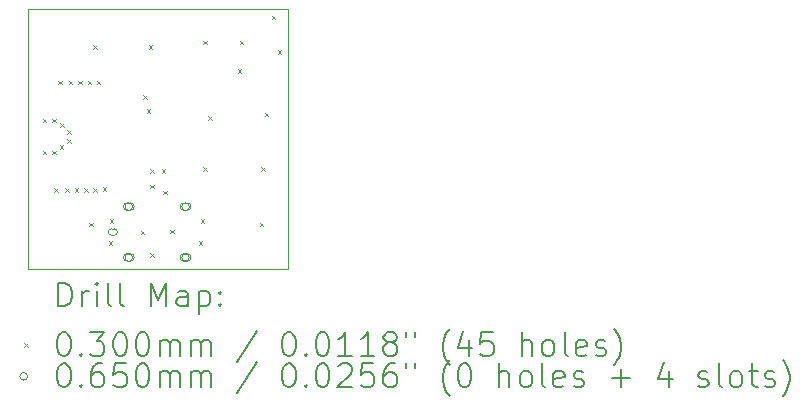
<source format=gbr>
%TF.GenerationSoftware,KiCad,Pcbnew,8.0.8*%
%TF.CreationDate,2025-09-03T22:29:31+08:00*%
%TF.ProjectId,FrekLedMini,4672656b-4c65-4644-9d69-6e692e6b6963,rev?*%
%TF.SameCoordinates,Original*%
%TF.FileFunction,Drillmap*%
%TF.FilePolarity,Positive*%
%FSLAX45Y45*%
G04 Gerber Fmt 4.5, Leading zero omitted, Abs format (unit mm)*
G04 Created by KiCad (PCBNEW 8.0.8) date 2025-09-03 22:29:31*
%MOMM*%
%LPD*%
G01*
G04 APERTURE LIST*
%ADD10C,0.050000*%
%ADD11C,0.200000*%
%ADD12C,0.100000*%
G04 APERTURE END LIST*
D10*
X10000000Y-10000000D02*
X12200000Y-10000000D01*
X12200000Y-12200000D01*
X10000000Y-12200000D01*
X10000000Y-10000000D01*
X10710000Y-11913500D02*
X10730000Y-11913500D01*
X10730000Y-11856500D02*
X10710000Y-11856500D01*
X10681500Y-11885000D02*
G75*
G02*
X10710000Y-11856500I28500J0D01*
G01*
X10710000Y-11913500D02*
G75*
G02*
X10681500Y-11885000I0J28500D01*
G01*
X10730000Y-11856500D02*
G75*
G02*
X10758500Y-11885000I0J-28500D01*
G01*
X10758500Y-11885000D02*
G75*
G02*
X10730000Y-11913500I-28500J0D01*
G01*
D11*
D12*
X10125000Y-10925000D02*
X10155000Y-10955000D01*
X10155000Y-10925000D02*
X10125000Y-10955000D01*
X10125000Y-11195000D02*
X10155000Y-11225000D01*
X10155000Y-11195000D02*
X10125000Y-11225000D01*
X10205000Y-10925000D02*
X10235000Y-10955000D01*
X10235000Y-10925000D02*
X10205000Y-10955000D01*
X10205000Y-11195000D02*
X10235000Y-11225000D01*
X10235000Y-11195000D02*
X10205000Y-11225000D01*
X10225000Y-11515000D02*
X10255000Y-11545000D01*
X10255000Y-11515000D02*
X10225000Y-11545000D01*
X10255000Y-10605000D02*
X10285000Y-10635000D01*
X10285000Y-10605000D02*
X10255000Y-10635000D01*
X10271223Y-11148777D02*
X10301223Y-11178777D01*
X10301223Y-11148777D02*
X10271223Y-11178777D01*
X10276000Y-10966000D02*
X10306000Y-10996000D01*
X10306000Y-10966000D02*
X10276000Y-10996000D01*
X10314999Y-11515000D02*
X10344999Y-11545000D01*
X10344999Y-11515000D02*
X10314999Y-11545000D01*
X10333735Y-11021378D02*
X10363735Y-11051378D01*
X10363735Y-11021378D02*
X10333735Y-11051378D01*
X10335653Y-11101356D02*
X10365653Y-11131356D01*
X10365653Y-11101356D02*
X10335653Y-11131356D01*
X10345000Y-10605000D02*
X10375000Y-10635000D01*
X10375000Y-10605000D02*
X10345000Y-10635000D01*
X10394999Y-11515000D02*
X10424999Y-11545000D01*
X10424999Y-11515000D02*
X10394999Y-11545000D01*
X10425000Y-10605000D02*
X10455000Y-10635000D01*
X10455000Y-10605000D02*
X10425000Y-10635000D01*
X10475000Y-11515000D02*
X10505000Y-11545000D01*
X10505000Y-11515000D02*
X10475000Y-11545000D01*
X10505000Y-10605000D02*
X10535000Y-10635000D01*
X10535000Y-10605000D02*
X10505000Y-10635000D01*
X10520000Y-11805000D02*
X10550000Y-11835000D01*
X10550000Y-11805000D02*
X10520000Y-11835000D01*
X10555000Y-10305000D02*
X10585000Y-10335000D01*
X10585000Y-10305000D02*
X10555000Y-10335000D01*
X10555000Y-11515000D02*
X10585000Y-11545000D01*
X10585000Y-11515000D02*
X10555000Y-11545000D01*
X10585000Y-10605000D02*
X10615000Y-10635000D01*
X10615000Y-10605000D02*
X10585000Y-10635000D01*
X10635000Y-11505000D02*
X10665000Y-11535000D01*
X10665000Y-11505000D02*
X10635000Y-11535000D01*
X10685000Y-11965000D02*
X10715000Y-11995000D01*
X10715000Y-11965000D02*
X10685000Y-11995000D01*
X10695000Y-11775000D02*
X10725000Y-11805000D01*
X10725000Y-11775000D02*
X10695000Y-11805000D01*
X10955000Y-11875000D02*
X10985000Y-11905000D01*
X10985000Y-11875000D02*
X10955000Y-11905000D01*
X10975000Y-10725000D02*
X11005000Y-10755000D01*
X11005000Y-10725000D02*
X10975000Y-10755000D01*
X11005000Y-10845000D02*
X11035000Y-10875000D01*
X11035000Y-10845000D02*
X11005000Y-10875000D01*
X11025000Y-10305000D02*
X11055000Y-10335000D01*
X11055000Y-10305000D02*
X11025000Y-10335000D01*
X11035000Y-11355000D02*
X11065000Y-11385000D01*
X11065000Y-11355000D02*
X11035000Y-11385000D01*
X11035000Y-11485000D02*
X11065000Y-11515000D01*
X11065000Y-11485000D02*
X11035000Y-11515000D01*
X11035000Y-12065000D02*
X11065000Y-12095000D01*
X11065000Y-12065000D02*
X11035000Y-12095000D01*
X11135000Y-11355000D02*
X11165000Y-11385000D01*
X11165000Y-11355000D02*
X11135000Y-11385000D01*
X11145000Y-11535000D02*
X11175000Y-11565000D01*
X11175000Y-11535000D02*
X11145000Y-11565000D01*
X11205000Y-11865000D02*
X11235000Y-11895000D01*
X11235000Y-11865000D02*
X11205000Y-11895000D01*
X11445000Y-11965000D02*
X11475000Y-11995000D01*
X11475000Y-11965000D02*
X11445000Y-11995000D01*
X11465000Y-11775000D02*
X11495000Y-11805000D01*
X11495000Y-11775000D02*
X11465000Y-11805000D01*
X11485000Y-10265000D02*
X11515000Y-10295000D01*
X11515000Y-10265000D02*
X11485000Y-10295000D01*
X11485000Y-11335000D02*
X11515000Y-11365000D01*
X11515000Y-11335000D02*
X11485000Y-11365000D01*
X11525000Y-10905000D02*
X11555000Y-10935000D01*
X11555000Y-10905000D02*
X11525000Y-10935000D01*
X11775000Y-10505000D02*
X11805000Y-10535000D01*
X11805000Y-10505000D02*
X11775000Y-10535000D01*
X11795000Y-10265000D02*
X11825000Y-10295000D01*
X11825000Y-10265000D02*
X11795000Y-10295000D01*
X11965000Y-11805000D02*
X11995000Y-11835000D01*
X11995000Y-11805000D02*
X11965000Y-11835000D01*
X11975000Y-11335000D02*
X12005000Y-11365000D01*
X12005000Y-11335000D02*
X11975000Y-11365000D01*
X12005000Y-10875000D02*
X12035000Y-10905000D01*
X12035000Y-10875000D02*
X12005000Y-10905000D01*
X12065000Y-10055000D02*
X12095000Y-10085000D01*
X12095000Y-10055000D02*
X12065000Y-10085000D01*
X12115551Y-10344449D02*
X12145551Y-10374449D01*
X12145551Y-10344449D02*
X12115551Y-10374449D01*
X10887500Y-11670000D02*
G75*
G02*
X10822500Y-11670000I-32500J0D01*
G01*
X10822500Y-11670000D02*
G75*
G02*
X10887500Y-11670000I32500J0D01*
G01*
X10867500Y-11637500D02*
X10842500Y-11637500D01*
X10842500Y-11702500D02*
G75*
G02*
X10842500Y-11637500I0J32500D01*
G01*
X10842500Y-11702500D02*
X10867500Y-11702500D01*
X10867500Y-11702500D02*
G75*
G03*
X10867500Y-11637500I0J32500D01*
G01*
X10887500Y-12100000D02*
G75*
G02*
X10822500Y-12100000I-32500J0D01*
G01*
X10822500Y-12100000D02*
G75*
G02*
X10887500Y-12100000I32500J0D01*
G01*
X10867500Y-12067500D02*
X10842500Y-12067500D01*
X10842500Y-12132500D02*
G75*
G02*
X10842500Y-12067500I0J32500D01*
G01*
X10842500Y-12132500D02*
X10867500Y-12132500D01*
X10867500Y-12132500D02*
G75*
G03*
X10867500Y-12067500I0J32500D01*
G01*
X11367500Y-11670000D02*
G75*
G02*
X11302500Y-11670000I-32500J0D01*
G01*
X11302500Y-11670000D02*
G75*
G02*
X11367500Y-11670000I32500J0D01*
G01*
X11347500Y-11637500D02*
X11322500Y-11637500D01*
X11322500Y-11702500D02*
G75*
G02*
X11322500Y-11637500I0J32500D01*
G01*
X11322500Y-11702500D02*
X11347500Y-11702500D01*
X11347500Y-11702500D02*
G75*
G03*
X11347500Y-11637500I0J32500D01*
G01*
X11367500Y-12100000D02*
G75*
G02*
X11302500Y-12100000I-32500J0D01*
G01*
X11302500Y-12100000D02*
G75*
G02*
X11367500Y-12100000I32500J0D01*
G01*
X11347500Y-12067500D02*
X11322500Y-12067500D01*
X11322500Y-12132500D02*
G75*
G02*
X11322500Y-12067500I0J32500D01*
G01*
X11322500Y-12132500D02*
X11347500Y-12132500D01*
X11347500Y-12132500D02*
G75*
G03*
X11347500Y-12067500I0J32500D01*
G01*
D11*
X10258277Y-12513984D02*
X10258277Y-12313984D01*
X10258277Y-12313984D02*
X10305896Y-12313984D01*
X10305896Y-12313984D02*
X10334467Y-12323508D01*
X10334467Y-12323508D02*
X10353515Y-12342555D01*
X10353515Y-12342555D02*
X10363039Y-12361603D01*
X10363039Y-12361603D02*
X10372563Y-12399698D01*
X10372563Y-12399698D02*
X10372563Y-12428269D01*
X10372563Y-12428269D02*
X10363039Y-12466365D01*
X10363039Y-12466365D02*
X10353515Y-12485412D01*
X10353515Y-12485412D02*
X10334467Y-12504460D01*
X10334467Y-12504460D02*
X10305896Y-12513984D01*
X10305896Y-12513984D02*
X10258277Y-12513984D01*
X10458277Y-12513984D02*
X10458277Y-12380650D01*
X10458277Y-12418746D02*
X10467801Y-12399698D01*
X10467801Y-12399698D02*
X10477324Y-12390174D01*
X10477324Y-12390174D02*
X10496372Y-12380650D01*
X10496372Y-12380650D02*
X10515420Y-12380650D01*
X10582086Y-12513984D02*
X10582086Y-12380650D01*
X10582086Y-12313984D02*
X10572563Y-12323508D01*
X10572563Y-12323508D02*
X10582086Y-12333031D01*
X10582086Y-12333031D02*
X10591610Y-12323508D01*
X10591610Y-12323508D02*
X10582086Y-12313984D01*
X10582086Y-12313984D02*
X10582086Y-12333031D01*
X10705896Y-12513984D02*
X10686848Y-12504460D01*
X10686848Y-12504460D02*
X10677324Y-12485412D01*
X10677324Y-12485412D02*
X10677324Y-12313984D01*
X10810658Y-12513984D02*
X10791610Y-12504460D01*
X10791610Y-12504460D02*
X10782086Y-12485412D01*
X10782086Y-12485412D02*
X10782086Y-12313984D01*
X11039229Y-12513984D02*
X11039229Y-12313984D01*
X11039229Y-12313984D02*
X11105896Y-12456841D01*
X11105896Y-12456841D02*
X11172563Y-12313984D01*
X11172563Y-12313984D02*
X11172563Y-12513984D01*
X11353515Y-12513984D02*
X11353515Y-12409222D01*
X11353515Y-12409222D02*
X11343991Y-12390174D01*
X11343991Y-12390174D02*
X11324943Y-12380650D01*
X11324943Y-12380650D02*
X11286848Y-12380650D01*
X11286848Y-12380650D02*
X11267801Y-12390174D01*
X11353515Y-12504460D02*
X11334467Y-12513984D01*
X11334467Y-12513984D02*
X11286848Y-12513984D01*
X11286848Y-12513984D02*
X11267801Y-12504460D01*
X11267801Y-12504460D02*
X11258277Y-12485412D01*
X11258277Y-12485412D02*
X11258277Y-12466365D01*
X11258277Y-12466365D02*
X11267801Y-12447317D01*
X11267801Y-12447317D02*
X11286848Y-12437793D01*
X11286848Y-12437793D02*
X11334467Y-12437793D01*
X11334467Y-12437793D02*
X11353515Y-12428269D01*
X11448753Y-12380650D02*
X11448753Y-12580650D01*
X11448753Y-12390174D02*
X11467801Y-12380650D01*
X11467801Y-12380650D02*
X11505896Y-12380650D01*
X11505896Y-12380650D02*
X11524943Y-12390174D01*
X11524943Y-12390174D02*
X11534467Y-12399698D01*
X11534467Y-12399698D02*
X11543991Y-12418746D01*
X11543991Y-12418746D02*
X11543991Y-12475888D01*
X11543991Y-12475888D02*
X11534467Y-12494936D01*
X11534467Y-12494936D02*
X11524943Y-12504460D01*
X11524943Y-12504460D02*
X11505896Y-12513984D01*
X11505896Y-12513984D02*
X11467801Y-12513984D01*
X11467801Y-12513984D02*
X11448753Y-12504460D01*
X11629705Y-12494936D02*
X11639229Y-12504460D01*
X11639229Y-12504460D02*
X11629705Y-12513984D01*
X11629705Y-12513984D02*
X11620182Y-12504460D01*
X11620182Y-12504460D02*
X11629705Y-12494936D01*
X11629705Y-12494936D02*
X11629705Y-12513984D01*
X11629705Y-12390174D02*
X11639229Y-12399698D01*
X11639229Y-12399698D02*
X11629705Y-12409222D01*
X11629705Y-12409222D02*
X11620182Y-12399698D01*
X11620182Y-12399698D02*
X11629705Y-12390174D01*
X11629705Y-12390174D02*
X11629705Y-12409222D01*
D12*
X9967500Y-12827500D02*
X9997500Y-12857500D01*
X9997500Y-12827500D02*
X9967500Y-12857500D01*
D11*
X10296372Y-12733984D02*
X10315420Y-12733984D01*
X10315420Y-12733984D02*
X10334467Y-12743508D01*
X10334467Y-12743508D02*
X10343991Y-12753031D01*
X10343991Y-12753031D02*
X10353515Y-12772079D01*
X10353515Y-12772079D02*
X10363039Y-12810174D01*
X10363039Y-12810174D02*
X10363039Y-12857793D01*
X10363039Y-12857793D02*
X10353515Y-12895888D01*
X10353515Y-12895888D02*
X10343991Y-12914936D01*
X10343991Y-12914936D02*
X10334467Y-12924460D01*
X10334467Y-12924460D02*
X10315420Y-12933984D01*
X10315420Y-12933984D02*
X10296372Y-12933984D01*
X10296372Y-12933984D02*
X10277324Y-12924460D01*
X10277324Y-12924460D02*
X10267801Y-12914936D01*
X10267801Y-12914936D02*
X10258277Y-12895888D01*
X10258277Y-12895888D02*
X10248753Y-12857793D01*
X10248753Y-12857793D02*
X10248753Y-12810174D01*
X10248753Y-12810174D02*
X10258277Y-12772079D01*
X10258277Y-12772079D02*
X10267801Y-12753031D01*
X10267801Y-12753031D02*
X10277324Y-12743508D01*
X10277324Y-12743508D02*
X10296372Y-12733984D01*
X10448753Y-12914936D02*
X10458277Y-12924460D01*
X10458277Y-12924460D02*
X10448753Y-12933984D01*
X10448753Y-12933984D02*
X10439229Y-12924460D01*
X10439229Y-12924460D02*
X10448753Y-12914936D01*
X10448753Y-12914936D02*
X10448753Y-12933984D01*
X10524944Y-12733984D02*
X10648753Y-12733984D01*
X10648753Y-12733984D02*
X10582086Y-12810174D01*
X10582086Y-12810174D02*
X10610658Y-12810174D01*
X10610658Y-12810174D02*
X10629705Y-12819698D01*
X10629705Y-12819698D02*
X10639229Y-12829222D01*
X10639229Y-12829222D02*
X10648753Y-12848269D01*
X10648753Y-12848269D02*
X10648753Y-12895888D01*
X10648753Y-12895888D02*
X10639229Y-12914936D01*
X10639229Y-12914936D02*
X10629705Y-12924460D01*
X10629705Y-12924460D02*
X10610658Y-12933984D01*
X10610658Y-12933984D02*
X10553515Y-12933984D01*
X10553515Y-12933984D02*
X10534467Y-12924460D01*
X10534467Y-12924460D02*
X10524944Y-12914936D01*
X10772563Y-12733984D02*
X10791610Y-12733984D01*
X10791610Y-12733984D02*
X10810658Y-12743508D01*
X10810658Y-12743508D02*
X10820182Y-12753031D01*
X10820182Y-12753031D02*
X10829705Y-12772079D01*
X10829705Y-12772079D02*
X10839229Y-12810174D01*
X10839229Y-12810174D02*
X10839229Y-12857793D01*
X10839229Y-12857793D02*
X10829705Y-12895888D01*
X10829705Y-12895888D02*
X10820182Y-12914936D01*
X10820182Y-12914936D02*
X10810658Y-12924460D01*
X10810658Y-12924460D02*
X10791610Y-12933984D01*
X10791610Y-12933984D02*
X10772563Y-12933984D01*
X10772563Y-12933984D02*
X10753515Y-12924460D01*
X10753515Y-12924460D02*
X10743991Y-12914936D01*
X10743991Y-12914936D02*
X10734467Y-12895888D01*
X10734467Y-12895888D02*
X10724944Y-12857793D01*
X10724944Y-12857793D02*
X10724944Y-12810174D01*
X10724944Y-12810174D02*
X10734467Y-12772079D01*
X10734467Y-12772079D02*
X10743991Y-12753031D01*
X10743991Y-12753031D02*
X10753515Y-12743508D01*
X10753515Y-12743508D02*
X10772563Y-12733984D01*
X10963039Y-12733984D02*
X10982086Y-12733984D01*
X10982086Y-12733984D02*
X11001134Y-12743508D01*
X11001134Y-12743508D02*
X11010658Y-12753031D01*
X11010658Y-12753031D02*
X11020182Y-12772079D01*
X11020182Y-12772079D02*
X11029705Y-12810174D01*
X11029705Y-12810174D02*
X11029705Y-12857793D01*
X11029705Y-12857793D02*
X11020182Y-12895888D01*
X11020182Y-12895888D02*
X11010658Y-12914936D01*
X11010658Y-12914936D02*
X11001134Y-12924460D01*
X11001134Y-12924460D02*
X10982086Y-12933984D01*
X10982086Y-12933984D02*
X10963039Y-12933984D01*
X10963039Y-12933984D02*
X10943991Y-12924460D01*
X10943991Y-12924460D02*
X10934467Y-12914936D01*
X10934467Y-12914936D02*
X10924944Y-12895888D01*
X10924944Y-12895888D02*
X10915420Y-12857793D01*
X10915420Y-12857793D02*
X10915420Y-12810174D01*
X10915420Y-12810174D02*
X10924944Y-12772079D01*
X10924944Y-12772079D02*
X10934467Y-12753031D01*
X10934467Y-12753031D02*
X10943991Y-12743508D01*
X10943991Y-12743508D02*
X10963039Y-12733984D01*
X11115420Y-12933984D02*
X11115420Y-12800650D01*
X11115420Y-12819698D02*
X11124944Y-12810174D01*
X11124944Y-12810174D02*
X11143991Y-12800650D01*
X11143991Y-12800650D02*
X11172563Y-12800650D01*
X11172563Y-12800650D02*
X11191610Y-12810174D01*
X11191610Y-12810174D02*
X11201134Y-12829222D01*
X11201134Y-12829222D02*
X11201134Y-12933984D01*
X11201134Y-12829222D02*
X11210658Y-12810174D01*
X11210658Y-12810174D02*
X11229705Y-12800650D01*
X11229705Y-12800650D02*
X11258277Y-12800650D01*
X11258277Y-12800650D02*
X11277324Y-12810174D01*
X11277324Y-12810174D02*
X11286848Y-12829222D01*
X11286848Y-12829222D02*
X11286848Y-12933984D01*
X11382086Y-12933984D02*
X11382086Y-12800650D01*
X11382086Y-12819698D02*
X11391610Y-12810174D01*
X11391610Y-12810174D02*
X11410658Y-12800650D01*
X11410658Y-12800650D02*
X11439229Y-12800650D01*
X11439229Y-12800650D02*
X11458277Y-12810174D01*
X11458277Y-12810174D02*
X11467801Y-12829222D01*
X11467801Y-12829222D02*
X11467801Y-12933984D01*
X11467801Y-12829222D02*
X11477324Y-12810174D01*
X11477324Y-12810174D02*
X11496372Y-12800650D01*
X11496372Y-12800650D02*
X11524943Y-12800650D01*
X11524943Y-12800650D02*
X11543991Y-12810174D01*
X11543991Y-12810174D02*
X11553515Y-12829222D01*
X11553515Y-12829222D02*
X11553515Y-12933984D01*
X11943991Y-12724460D02*
X11772563Y-12981603D01*
X12201134Y-12733984D02*
X12220182Y-12733984D01*
X12220182Y-12733984D02*
X12239229Y-12743508D01*
X12239229Y-12743508D02*
X12248753Y-12753031D01*
X12248753Y-12753031D02*
X12258277Y-12772079D01*
X12258277Y-12772079D02*
X12267801Y-12810174D01*
X12267801Y-12810174D02*
X12267801Y-12857793D01*
X12267801Y-12857793D02*
X12258277Y-12895888D01*
X12258277Y-12895888D02*
X12248753Y-12914936D01*
X12248753Y-12914936D02*
X12239229Y-12924460D01*
X12239229Y-12924460D02*
X12220182Y-12933984D01*
X12220182Y-12933984D02*
X12201134Y-12933984D01*
X12201134Y-12933984D02*
X12182086Y-12924460D01*
X12182086Y-12924460D02*
X12172563Y-12914936D01*
X12172563Y-12914936D02*
X12163039Y-12895888D01*
X12163039Y-12895888D02*
X12153515Y-12857793D01*
X12153515Y-12857793D02*
X12153515Y-12810174D01*
X12153515Y-12810174D02*
X12163039Y-12772079D01*
X12163039Y-12772079D02*
X12172563Y-12753031D01*
X12172563Y-12753031D02*
X12182086Y-12743508D01*
X12182086Y-12743508D02*
X12201134Y-12733984D01*
X12353515Y-12914936D02*
X12363039Y-12924460D01*
X12363039Y-12924460D02*
X12353515Y-12933984D01*
X12353515Y-12933984D02*
X12343991Y-12924460D01*
X12343991Y-12924460D02*
X12353515Y-12914936D01*
X12353515Y-12914936D02*
X12353515Y-12933984D01*
X12486848Y-12733984D02*
X12505896Y-12733984D01*
X12505896Y-12733984D02*
X12524944Y-12743508D01*
X12524944Y-12743508D02*
X12534467Y-12753031D01*
X12534467Y-12753031D02*
X12543991Y-12772079D01*
X12543991Y-12772079D02*
X12553515Y-12810174D01*
X12553515Y-12810174D02*
X12553515Y-12857793D01*
X12553515Y-12857793D02*
X12543991Y-12895888D01*
X12543991Y-12895888D02*
X12534467Y-12914936D01*
X12534467Y-12914936D02*
X12524944Y-12924460D01*
X12524944Y-12924460D02*
X12505896Y-12933984D01*
X12505896Y-12933984D02*
X12486848Y-12933984D01*
X12486848Y-12933984D02*
X12467801Y-12924460D01*
X12467801Y-12924460D02*
X12458277Y-12914936D01*
X12458277Y-12914936D02*
X12448753Y-12895888D01*
X12448753Y-12895888D02*
X12439229Y-12857793D01*
X12439229Y-12857793D02*
X12439229Y-12810174D01*
X12439229Y-12810174D02*
X12448753Y-12772079D01*
X12448753Y-12772079D02*
X12458277Y-12753031D01*
X12458277Y-12753031D02*
X12467801Y-12743508D01*
X12467801Y-12743508D02*
X12486848Y-12733984D01*
X12743991Y-12933984D02*
X12629706Y-12933984D01*
X12686848Y-12933984D02*
X12686848Y-12733984D01*
X12686848Y-12733984D02*
X12667801Y-12762555D01*
X12667801Y-12762555D02*
X12648753Y-12781603D01*
X12648753Y-12781603D02*
X12629706Y-12791127D01*
X12934467Y-12933984D02*
X12820182Y-12933984D01*
X12877325Y-12933984D02*
X12877325Y-12733984D01*
X12877325Y-12733984D02*
X12858277Y-12762555D01*
X12858277Y-12762555D02*
X12839229Y-12781603D01*
X12839229Y-12781603D02*
X12820182Y-12791127D01*
X13048753Y-12819698D02*
X13029706Y-12810174D01*
X13029706Y-12810174D02*
X13020182Y-12800650D01*
X13020182Y-12800650D02*
X13010658Y-12781603D01*
X13010658Y-12781603D02*
X13010658Y-12772079D01*
X13010658Y-12772079D02*
X13020182Y-12753031D01*
X13020182Y-12753031D02*
X13029706Y-12743508D01*
X13029706Y-12743508D02*
X13048753Y-12733984D01*
X13048753Y-12733984D02*
X13086848Y-12733984D01*
X13086848Y-12733984D02*
X13105896Y-12743508D01*
X13105896Y-12743508D02*
X13115420Y-12753031D01*
X13115420Y-12753031D02*
X13124944Y-12772079D01*
X13124944Y-12772079D02*
X13124944Y-12781603D01*
X13124944Y-12781603D02*
X13115420Y-12800650D01*
X13115420Y-12800650D02*
X13105896Y-12810174D01*
X13105896Y-12810174D02*
X13086848Y-12819698D01*
X13086848Y-12819698D02*
X13048753Y-12819698D01*
X13048753Y-12819698D02*
X13029706Y-12829222D01*
X13029706Y-12829222D02*
X13020182Y-12838746D01*
X13020182Y-12838746D02*
X13010658Y-12857793D01*
X13010658Y-12857793D02*
X13010658Y-12895888D01*
X13010658Y-12895888D02*
X13020182Y-12914936D01*
X13020182Y-12914936D02*
X13029706Y-12924460D01*
X13029706Y-12924460D02*
X13048753Y-12933984D01*
X13048753Y-12933984D02*
X13086848Y-12933984D01*
X13086848Y-12933984D02*
X13105896Y-12924460D01*
X13105896Y-12924460D02*
X13115420Y-12914936D01*
X13115420Y-12914936D02*
X13124944Y-12895888D01*
X13124944Y-12895888D02*
X13124944Y-12857793D01*
X13124944Y-12857793D02*
X13115420Y-12838746D01*
X13115420Y-12838746D02*
X13105896Y-12829222D01*
X13105896Y-12829222D02*
X13086848Y-12819698D01*
X13201134Y-12733984D02*
X13201134Y-12772079D01*
X13277325Y-12733984D02*
X13277325Y-12772079D01*
X13572563Y-13010174D02*
X13563039Y-13000650D01*
X13563039Y-13000650D02*
X13543991Y-12972079D01*
X13543991Y-12972079D02*
X13534468Y-12953031D01*
X13534468Y-12953031D02*
X13524944Y-12924460D01*
X13524944Y-12924460D02*
X13515420Y-12876841D01*
X13515420Y-12876841D02*
X13515420Y-12838746D01*
X13515420Y-12838746D02*
X13524944Y-12791127D01*
X13524944Y-12791127D02*
X13534468Y-12762555D01*
X13534468Y-12762555D02*
X13543991Y-12743508D01*
X13543991Y-12743508D02*
X13563039Y-12714936D01*
X13563039Y-12714936D02*
X13572563Y-12705412D01*
X13734468Y-12800650D02*
X13734468Y-12933984D01*
X13686848Y-12724460D02*
X13639229Y-12867317D01*
X13639229Y-12867317D02*
X13763039Y-12867317D01*
X13934468Y-12733984D02*
X13839229Y-12733984D01*
X13839229Y-12733984D02*
X13829706Y-12829222D01*
X13829706Y-12829222D02*
X13839229Y-12819698D01*
X13839229Y-12819698D02*
X13858277Y-12810174D01*
X13858277Y-12810174D02*
X13905896Y-12810174D01*
X13905896Y-12810174D02*
X13924944Y-12819698D01*
X13924944Y-12819698D02*
X13934468Y-12829222D01*
X13934468Y-12829222D02*
X13943991Y-12848269D01*
X13943991Y-12848269D02*
X13943991Y-12895888D01*
X13943991Y-12895888D02*
X13934468Y-12914936D01*
X13934468Y-12914936D02*
X13924944Y-12924460D01*
X13924944Y-12924460D02*
X13905896Y-12933984D01*
X13905896Y-12933984D02*
X13858277Y-12933984D01*
X13858277Y-12933984D02*
X13839229Y-12924460D01*
X13839229Y-12924460D02*
X13829706Y-12914936D01*
X14182087Y-12933984D02*
X14182087Y-12733984D01*
X14267801Y-12933984D02*
X14267801Y-12829222D01*
X14267801Y-12829222D02*
X14258277Y-12810174D01*
X14258277Y-12810174D02*
X14239230Y-12800650D01*
X14239230Y-12800650D02*
X14210658Y-12800650D01*
X14210658Y-12800650D02*
X14191610Y-12810174D01*
X14191610Y-12810174D02*
X14182087Y-12819698D01*
X14391610Y-12933984D02*
X14372563Y-12924460D01*
X14372563Y-12924460D02*
X14363039Y-12914936D01*
X14363039Y-12914936D02*
X14353515Y-12895888D01*
X14353515Y-12895888D02*
X14353515Y-12838746D01*
X14353515Y-12838746D02*
X14363039Y-12819698D01*
X14363039Y-12819698D02*
X14372563Y-12810174D01*
X14372563Y-12810174D02*
X14391610Y-12800650D01*
X14391610Y-12800650D02*
X14420182Y-12800650D01*
X14420182Y-12800650D02*
X14439230Y-12810174D01*
X14439230Y-12810174D02*
X14448753Y-12819698D01*
X14448753Y-12819698D02*
X14458277Y-12838746D01*
X14458277Y-12838746D02*
X14458277Y-12895888D01*
X14458277Y-12895888D02*
X14448753Y-12914936D01*
X14448753Y-12914936D02*
X14439230Y-12924460D01*
X14439230Y-12924460D02*
X14420182Y-12933984D01*
X14420182Y-12933984D02*
X14391610Y-12933984D01*
X14572563Y-12933984D02*
X14553515Y-12924460D01*
X14553515Y-12924460D02*
X14543991Y-12905412D01*
X14543991Y-12905412D02*
X14543991Y-12733984D01*
X14724944Y-12924460D02*
X14705896Y-12933984D01*
X14705896Y-12933984D02*
X14667801Y-12933984D01*
X14667801Y-12933984D02*
X14648753Y-12924460D01*
X14648753Y-12924460D02*
X14639230Y-12905412D01*
X14639230Y-12905412D02*
X14639230Y-12829222D01*
X14639230Y-12829222D02*
X14648753Y-12810174D01*
X14648753Y-12810174D02*
X14667801Y-12800650D01*
X14667801Y-12800650D02*
X14705896Y-12800650D01*
X14705896Y-12800650D02*
X14724944Y-12810174D01*
X14724944Y-12810174D02*
X14734468Y-12829222D01*
X14734468Y-12829222D02*
X14734468Y-12848269D01*
X14734468Y-12848269D02*
X14639230Y-12867317D01*
X14810658Y-12924460D02*
X14829706Y-12933984D01*
X14829706Y-12933984D02*
X14867801Y-12933984D01*
X14867801Y-12933984D02*
X14886849Y-12924460D01*
X14886849Y-12924460D02*
X14896372Y-12905412D01*
X14896372Y-12905412D02*
X14896372Y-12895888D01*
X14896372Y-12895888D02*
X14886849Y-12876841D01*
X14886849Y-12876841D02*
X14867801Y-12867317D01*
X14867801Y-12867317D02*
X14839230Y-12867317D01*
X14839230Y-12867317D02*
X14820182Y-12857793D01*
X14820182Y-12857793D02*
X14810658Y-12838746D01*
X14810658Y-12838746D02*
X14810658Y-12829222D01*
X14810658Y-12829222D02*
X14820182Y-12810174D01*
X14820182Y-12810174D02*
X14839230Y-12800650D01*
X14839230Y-12800650D02*
X14867801Y-12800650D01*
X14867801Y-12800650D02*
X14886849Y-12810174D01*
X14963039Y-13010174D02*
X14972563Y-13000650D01*
X14972563Y-13000650D02*
X14991611Y-12972079D01*
X14991611Y-12972079D02*
X15001134Y-12953031D01*
X15001134Y-12953031D02*
X15010658Y-12924460D01*
X15010658Y-12924460D02*
X15020182Y-12876841D01*
X15020182Y-12876841D02*
X15020182Y-12838746D01*
X15020182Y-12838746D02*
X15010658Y-12791127D01*
X15010658Y-12791127D02*
X15001134Y-12762555D01*
X15001134Y-12762555D02*
X14991611Y-12743508D01*
X14991611Y-12743508D02*
X14972563Y-12714936D01*
X14972563Y-12714936D02*
X14963039Y-12705412D01*
D12*
X9997500Y-13106500D02*
G75*
G02*
X9932500Y-13106500I-32500J0D01*
G01*
X9932500Y-13106500D02*
G75*
G02*
X9997500Y-13106500I32500J0D01*
G01*
D11*
X10296372Y-12997984D02*
X10315420Y-12997984D01*
X10315420Y-12997984D02*
X10334467Y-13007508D01*
X10334467Y-13007508D02*
X10343991Y-13017031D01*
X10343991Y-13017031D02*
X10353515Y-13036079D01*
X10353515Y-13036079D02*
X10363039Y-13074174D01*
X10363039Y-13074174D02*
X10363039Y-13121793D01*
X10363039Y-13121793D02*
X10353515Y-13159888D01*
X10353515Y-13159888D02*
X10343991Y-13178936D01*
X10343991Y-13178936D02*
X10334467Y-13188460D01*
X10334467Y-13188460D02*
X10315420Y-13197984D01*
X10315420Y-13197984D02*
X10296372Y-13197984D01*
X10296372Y-13197984D02*
X10277324Y-13188460D01*
X10277324Y-13188460D02*
X10267801Y-13178936D01*
X10267801Y-13178936D02*
X10258277Y-13159888D01*
X10258277Y-13159888D02*
X10248753Y-13121793D01*
X10248753Y-13121793D02*
X10248753Y-13074174D01*
X10248753Y-13074174D02*
X10258277Y-13036079D01*
X10258277Y-13036079D02*
X10267801Y-13017031D01*
X10267801Y-13017031D02*
X10277324Y-13007508D01*
X10277324Y-13007508D02*
X10296372Y-12997984D01*
X10448753Y-13178936D02*
X10458277Y-13188460D01*
X10458277Y-13188460D02*
X10448753Y-13197984D01*
X10448753Y-13197984D02*
X10439229Y-13188460D01*
X10439229Y-13188460D02*
X10448753Y-13178936D01*
X10448753Y-13178936D02*
X10448753Y-13197984D01*
X10629705Y-12997984D02*
X10591610Y-12997984D01*
X10591610Y-12997984D02*
X10572563Y-13007508D01*
X10572563Y-13007508D02*
X10563039Y-13017031D01*
X10563039Y-13017031D02*
X10543991Y-13045603D01*
X10543991Y-13045603D02*
X10534467Y-13083698D01*
X10534467Y-13083698D02*
X10534467Y-13159888D01*
X10534467Y-13159888D02*
X10543991Y-13178936D01*
X10543991Y-13178936D02*
X10553515Y-13188460D01*
X10553515Y-13188460D02*
X10572563Y-13197984D01*
X10572563Y-13197984D02*
X10610658Y-13197984D01*
X10610658Y-13197984D02*
X10629705Y-13188460D01*
X10629705Y-13188460D02*
X10639229Y-13178936D01*
X10639229Y-13178936D02*
X10648753Y-13159888D01*
X10648753Y-13159888D02*
X10648753Y-13112269D01*
X10648753Y-13112269D02*
X10639229Y-13093222D01*
X10639229Y-13093222D02*
X10629705Y-13083698D01*
X10629705Y-13083698D02*
X10610658Y-13074174D01*
X10610658Y-13074174D02*
X10572563Y-13074174D01*
X10572563Y-13074174D02*
X10553515Y-13083698D01*
X10553515Y-13083698D02*
X10543991Y-13093222D01*
X10543991Y-13093222D02*
X10534467Y-13112269D01*
X10829705Y-12997984D02*
X10734467Y-12997984D01*
X10734467Y-12997984D02*
X10724944Y-13093222D01*
X10724944Y-13093222D02*
X10734467Y-13083698D01*
X10734467Y-13083698D02*
X10753515Y-13074174D01*
X10753515Y-13074174D02*
X10801134Y-13074174D01*
X10801134Y-13074174D02*
X10820182Y-13083698D01*
X10820182Y-13083698D02*
X10829705Y-13093222D01*
X10829705Y-13093222D02*
X10839229Y-13112269D01*
X10839229Y-13112269D02*
X10839229Y-13159888D01*
X10839229Y-13159888D02*
X10829705Y-13178936D01*
X10829705Y-13178936D02*
X10820182Y-13188460D01*
X10820182Y-13188460D02*
X10801134Y-13197984D01*
X10801134Y-13197984D02*
X10753515Y-13197984D01*
X10753515Y-13197984D02*
X10734467Y-13188460D01*
X10734467Y-13188460D02*
X10724944Y-13178936D01*
X10963039Y-12997984D02*
X10982086Y-12997984D01*
X10982086Y-12997984D02*
X11001134Y-13007508D01*
X11001134Y-13007508D02*
X11010658Y-13017031D01*
X11010658Y-13017031D02*
X11020182Y-13036079D01*
X11020182Y-13036079D02*
X11029705Y-13074174D01*
X11029705Y-13074174D02*
X11029705Y-13121793D01*
X11029705Y-13121793D02*
X11020182Y-13159888D01*
X11020182Y-13159888D02*
X11010658Y-13178936D01*
X11010658Y-13178936D02*
X11001134Y-13188460D01*
X11001134Y-13188460D02*
X10982086Y-13197984D01*
X10982086Y-13197984D02*
X10963039Y-13197984D01*
X10963039Y-13197984D02*
X10943991Y-13188460D01*
X10943991Y-13188460D02*
X10934467Y-13178936D01*
X10934467Y-13178936D02*
X10924944Y-13159888D01*
X10924944Y-13159888D02*
X10915420Y-13121793D01*
X10915420Y-13121793D02*
X10915420Y-13074174D01*
X10915420Y-13074174D02*
X10924944Y-13036079D01*
X10924944Y-13036079D02*
X10934467Y-13017031D01*
X10934467Y-13017031D02*
X10943991Y-13007508D01*
X10943991Y-13007508D02*
X10963039Y-12997984D01*
X11115420Y-13197984D02*
X11115420Y-13064650D01*
X11115420Y-13083698D02*
X11124944Y-13074174D01*
X11124944Y-13074174D02*
X11143991Y-13064650D01*
X11143991Y-13064650D02*
X11172563Y-13064650D01*
X11172563Y-13064650D02*
X11191610Y-13074174D01*
X11191610Y-13074174D02*
X11201134Y-13093222D01*
X11201134Y-13093222D02*
X11201134Y-13197984D01*
X11201134Y-13093222D02*
X11210658Y-13074174D01*
X11210658Y-13074174D02*
X11229705Y-13064650D01*
X11229705Y-13064650D02*
X11258277Y-13064650D01*
X11258277Y-13064650D02*
X11277324Y-13074174D01*
X11277324Y-13074174D02*
X11286848Y-13093222D01*
X11286848Y-13093222D02*
X11286848Y-13197984D01*
X11382086Y-13197984D02*
X11382086Y-13064650D01*
X11382086Y-13083698D02*
X11391610Y-13074174D01*
X11391610Y-13074174D02*
X11410658Y-13064650D01*
X11410658Y-13064650D02*
X11439229Y-13064650D01*
X11439229Y-13064650D02*
X11458277Y-13074174D01*
X11458277Y-13074174D02*
X11467801Y-13093222D01*
X11467801Y-13093222D02*
X11467801Y-13197984D01*
X11467801Y-13093222D02*
X11477324Y-13074174D01*
X11477324Y-13074174D02*
X11496372Y-13064650D01*
X11496372Y-13064650D02*
X11524943Y-13064650D01*
X11524943Y-13064650D02*
X11543991Y-13074174D01*
X11543991Y-13074174D02*
X11553515Y-13093222D01*
X11553515Y-13093222D02*
X11553515Y-13197984D01*
X11943991Y-12988460D02*
X11772563Y-13245603D01*
X12201134Y-12997984D02*
X12220182Y-12997984D01*
X12220182Y-12997984D02*
X12239229Y-13007508D01*
X12239229Y-13007508D02*
X12248753Y-13017031D01*
X12248753Y-13017031D02*
X12258277Y-13036079D01*
X12258277Y-13036079D02*
X12267801Y-13074174D01*
X12267801Y-13074174D02*
X12267801Y-13121793D01*
X12267801Y-13121793D02*
X12258277Y-13159888D01*
X12258277Y-13159888D02*
X12248753Y-13178936D01*
X12248753Y-13178936D02*
X12239229Y-13188460D01*
X12239229Y-13188460D02*
X12220182Y-13197984D01*
X12220182Y-13197984D02*
X12201134Y-13197984D01*
X12201134Y-13197984D02*
X12182086Y-13188460D01*
X12182086Y-13188460D02*
X12172563Y-13178936D01*
X12172563Y-13178936D02*
X12163039Y-13159888D01*
X12163039Y-13159888D02*
X12153515Y-13121793D01*
X12153515Y-13121793D02*
X12153515Y-13074174D01*
X12153515Y-13074174D02*
X12163039Y-13036079D01*
X12163039Y-13036079D02*
X12172563Y-13017031D01*
X12172563Y-13017031D02*
X12182086Y-13007508D01*
X12182086Y-13007508D02*
X12201134Y-12997984D01*
X12353515Y-13178936D02*
X12363039Y-13188460D01*
X12363039Y-13188460D02*
X12353515Y-13197984D01*
X12353515Y-13197984D02*
X12343991Y-13188460D01*
X12343991Y-13188460D02*
X12353515Y-13178936D01*
X12353515Y-13178936D02*
X12353515Y-13197984D01*
X12486848Y-12997984D02*
X12505896Y-12997984D01*
X12505896Y-12997984D02*
X12524944Y-13007508D01*
X12524944Y-13007508D02*
X12534467Y-13017031D01*
X12534467Y-13017031D02*
X12543991Y-13036079D01*
X12543991Y-13036079D02*
X12553515Y-13074174D01*
X12553515Y-13074174D02*
X12553515Y-13121793D01*
X12553515Y-13121793D02*
X12543991Y-13159888D01*
X12543991Y-13159888D02*
X12534467Y-13178936D01*
X12534467Y-13178936D02*
X12524944Y-13188460D01*
X12524944Y-13188460D02*
X12505896Y-13197984D01*
X12505896Y-13197984D02*
X12486848Y-13197984D01*
X12486848Y-13197984D02*
X12467801Y-13188460D01*
X12467801Y-13188460D02*
X12458277Y-13178936D01*
X12458277Y-13178936D02*
X12448753Y-13159888D01*
X12448753Y-13159888D02*
X12439229Y-13121793D01*
X12439229Y-13121793D02*
X12439229Y-13074174D01*
X12439229Y-13074174D02*
X12448753Y-13036079D01*
X12448753Y-13036079D02*
X12458277Y-13017031D01*
X12458277Y-13017031D02*
X12467801Y-13007508D01*
X12467801Y-13007508D02*
X12486848Y-12997984D01*
X12629706Y-13017031D02*
X12639229Y-13007508D01*
X12639229Y-13007508D02*
X12658277Y-12997984D01*
X12658277Y-12997984D02*
X12705896Y-12997984D01*
X12705896Y-12997984D02*
X12724944Y-13007508D01*
X12724944Y-13007508D02*
X12734467Y-13017031D01*
X12734467Y-13017031D02*
X12743991Y-13036079D01*
X12743991Y-13036079D02*
X12743991Y-13055127D01*
X12743991Y-13055127D02*
X12734467Y-13083698D01*
X12734467Y-13083698D02*
X12620182Y-13197984D01*
X12620182Y-13197984D02*
X12743991Y-13197984D01*
X12924944Y-12997984D02*
X12829706Y-12997984D01*
X12829706Y-12997984D02*
X12820182Y-13093222D01*
X12820182Y-13093222D02*
X12829706Y-13083698D01*
X12829706Y-13083698D02*
X12848753Y-13074174D01*
X12848753Y-13074174D02*
X12896372Y-13074174D01*
X12896372Y-13074174D02*
X12915420Y-13083698D01*
X12915420Y-13083698D02*
X12924944Y-13093222D01*
X12924944Y-13093222D02*
X12934467Y-13112269D01*
X12934467Y-13112269D02*
X12934467Y-13159888D01*
X12934467Y-13159888D02*
X12924944Y-13178936D01*
X12924944Y-13178936D02*
X12915420Y-13188460D01*
X12915420Y-13188460D02*
X12896372Y-13197984D01*
X12896372Y-13197984D02*
X12848753Y-13197984D01*
X12848753Y-13197984D02*
X12829706Y-13188460D01*
X12829706Y-13188460D02*
X12820182Y-13178936D01*
X13105896Y-12997984D02*
X13067801Y-12997984D01*
X13067801Y-12997984D02*
X13048753Y-13007508D01*
X13048753Y-13007508D02*
X13039229Y-13017031D01*
X13039229Y-13017031D02*
X13020182Y-13045603D01*
X13020182Y-13045603D02*
X13010658Y-13083698D01*
X13010658Y-13083698D02*
X13010658Y-13159888D01*
X13010658Y-13159888D02*
X13020182Y-13178936D01*
X13020182Y-13178936D02*
X13029706Y-13188460D01*
X13029706Y-13188460D02*
X13048753Y-13197984D01*
X13048753Y-13197984D02*
X13086848Y-13197984D01*
X13086848Y-13197984D02*
X13105896Y-13188460D01*
X13105896Y-13188460D02*
X13115420Y-13178936D01*
X13115420Y-13178936D02*
X13124944Y-13159888D01*
X13124944Y-13159888D02*
X13124944Y-13112269D01*
X13124944Y-13112269D02*
X13115420Y-13093222D01*
X13115420Y-13093222D02*
X13105896Y-13083698D01*
X13105896Y-13083698D02*
X13086848Y-13074174D01*
X13086848Y-13074174D02*
X13048753Y-13074174D01*
X13048753Y-13074174D02*
X13029706Y-13083698D01*
X13029706Y-13083698D02*
X13020182Y-13093222D01*
X13020182Y-13093222D02*
X13010658Y-13112269D01*
X13201134Y-12997984D02*
X13201134Y-13036079D01*
X13277325Y-12997984D02*
X13277325Y-13036079D01*
X13572563Y-13274174D02*
X13563039Y-13264650D01*
X13563039Y-13264650D02*
X13543991Y-13236079D01*
X13543991Y-13236079D02*
X13534468Y-13217031D01*
X13534468Y-13217031D02*
X13524944Y-13188460D01*
X13524944Y-13188460D02*
X13515420Y-13140841D01*
X13515420Y-13140841D02*
X13515420Y-13102746D01*
X13515420Y-13102746D02*
X13524944Y-13055127D01*
X13524944Y-13055127D02*
X13534468Y-13026555D01*
X13534468Y-13026555D02*
X13543991Y-13007508D01*
X13543991Y-13007508D02*
X13563039Y-12978936D01*
X13563039Y-12978936D02*
X13572563Y-12969412D01*
X13686848Y-12997984D02*
X13705896Y-12997984D01*
X13705896Y-12997984D02*
X13724944Y-13007508D01*
X13724944Y-13007508D02*
X13734468Y-13017031D01*
X13734468Y-13017031D02*
X13743991Y-13036079D01*
X13743991Y-13036079D02*
X13753515Y-13074174D01*
X13753515Y-13074174D02*
X13753515Y-13121793D01*
X13753515Y-13121793D02*
X13743991Y-13159888D01*
X13743991Y-13159888D02*
X13734468Y-13178936D01*
X13734468Y-13178936D02*
X13724944Y-13188460D01*
X13724944Y-13188460D02*
X13705896Y-13197984D01*
X13705896Y-13197984D02*
X13686848Y-13197984D01*
X13686848Y-13197984D02*
X13667801Y-13188460D01*
X13667801Y-13188460D02*
X13658277Y-13178936D01*
X13658277Y-13178936D02*
X13648753Y-13159888D01*
X13648753Y-13159888D02*
X13639229Y-13121793D01*
X13639229Y-13121793D02*
X13639229Y-13074174D01*
X13639229Y-13074174D02*
X13648753Y-13036079D01*
X13648753Y-13036079D02*
X13658277Y-13017031D01*
X13658277Y-13017031D02*
X13667801Y-13007508D01*
X13667801Y-13007508D02*
X13686848Y-12997984D01*
X13991610Y-13197984D02*
X13991610Y-12997984D01*
X14077325Y-13197984D02*
X14077325Y-13093222D01*
X14077325Y-13093222D02*
X14067801Y-13074174D01*
X14067801Y-13074174D02*
X14048753Y-13064650D01*
X14048753Y-13064650D02*
X14020182Y-13064650D01*
X14020182Y-13064650D02*
X14001134Y-13074174D01*
X14001134Y-13074174D02*
X13991610Y-13083698D01*
X14201134Y-13197984D02*
X14182087Y-13188460D01*
X14182087Y-13188460D02*
X14172563Y-13178936D01*
X14172563Y-13178936D02*
X14163039Y-13159888D01*
X14163039Y-13159888D02*
X14163039Y-13102746D01*
X14163039Y-13102746D02*
X14172563Y-13083698D01*
X14172563Y-13083698D02*
X14182087Y-13074174D01*
X14182087Y-13074174D02*
X14201134Y-13064650D01*
X14201134Y-13064650D02*
X14229706Y-13064650D01*
X14229706Y-13064650D02*
X14248753Y-13074174D01*
X14248753Y-13074174D02*
X14258277Y-13083698D01*
X14258277Y-13083698D02*
X14267801Y-13102746D01*
X14267801Y-13102746D02*
X14267801Y-13159888D01*
X14267801Y-13159888D02*
X14258277Y-13178936D01*
X14258277Y-13178936D02*
X14248753Y-13188460D01*
X14248753Y-13188460D02*
X14229706Y-13197984D01*
X14229706Y-13197984D02*
X14201134Y-13197984D01*
X14382087Y-13197984D02*
X14363039Y-13188460D01*
X14363039Y-13188460D02*
X14353515Y-13169412D01*
X14353515Y-13169412D02*
X14353515Y-12997984D01*
X14534468Y-13188460D02*
X14515420Y-13197984D01*
X14515420Y-13197984D02*
X14477325Y-13197984D01*
X14477325Y-13197984D02*
X14458277Y-13188460D01*
X14458277Y-13188460D02*
X14448753Y-13169412D01*
X14448753Y-13169412D02*
X14448753Y-13093222D01*
X14448753Y-13093222D02*
X14458277Y-13074174D01*
X14458277Y-13074174D02*
X14477325Y-13064650D01*
X14477325Y-13064650D02*
X14515420Y-13064650D01*
X14515420Y-13064650D02*
X14534468Y-13074174D01*
X14534468Y-13074174D02*
X14543991Y-13093222D01*
X14543991Y-13093222D02*
X14543991Y-13112269D01*
X14543991Y-13112269D02*
X14448753Y-13131317D01*
X14620182Y-13188460D02*
X14639230Y-13197984D01*
X14639230Y-13197984D02*
X14677325Y-13197984D01*
X14677325Y-13197984D02*
X14696372Y-13188460D01*
X14696372Y-13188460D02*
X14705896Y-13169412D01*
X14705896Y-13169412D02*
X14705896Y-13159888D01*
X14705896Y-13159888D02*
X14696372Y-13140841D01*
X14696372Y-13140841D02*
X14677325Y-13131317D01*
X14677325Y-13131317D02*
X14648753Y-13131317D01*
X14648753Y-13131317D02*
X14629706Y-13121793D01*
X14629706Y-13121793D02*
X14620182Y-13102746D01*
X14620182Y-13102746D02*
X14620182Y-13093222D01*
X14620182Y-13093222D02*
X14629706Y-13074174D01*
X14629706Y-13074174D02*
X14648753Y-13064650D01*
X14648753Y-13064650D02*
X14677325Y-13064650D01*
X14677325Y-13064650D02*
X14696372Y-13074174D01*
X14943992Y-13121793D02*
X15096373Y-13121793D01*
X15020182Y-13197984D02*
X15020182Y-13045603D01*
X15429706Y-13064650D02*
X15429706Y-13197984D01*
X15382087Y-12988460D02*
X15334468Y-13131317D01*
X15334468Y-13131317D02*
X15458277Y-13131317D01*
X15677325Y-13188460D02*
X15696373Y-13197984D01*
X15696373Y-13197984D02*
X15734468Y-13197984D01*
X15734468Y-13197984D02*
X15753515Y-13188460D01*
X15753515Y-13188460D02*
X15763039Y-13169412D01*
X15763039Y-13169412D02*
X15763039Y-13159888D01*
X15763039Y-13159888D02*
X15753515Y-13140841D01*
X15753515Y-13140841D02*
X15734468Y-13131317D01*
X15734468Y-13131317D02*
X15705896Y-13131317D01*
X15705896Y-13131317D02*
X15686849Y-13121793D01*
X15686849Y-13121793D02*
X15677325Y-13102746D01*
X15677325Y-13102746D02*
X15677325Y-13093222D01*
X15677325Y-13093222D02*
X15686849Y-13074174D01*
X15686849Y-13074174D02*
X15705896Y-13064650D01*
X15705896Y-13064650D02*
X15734468Y-13064650D01*
X15734468Y-13064650D02*
X15753515Y-13074174D01*
X15877325Y-13197984D02*
X15858277Y-13188460D01*
X15858277Y-13188460D02*
X15848754Y-13169412D01*
X15848754Y-13169412D02*
X15848754Y-12997984D01*
X15982087Y-13197984D02*
X15963039Y-13188460D01*
X15963039Y-13188460D02*
X15953515Y-13178936D01*
X15953515Y-13178936D02*
X15943992Y-13159888D01*
X15943992Y-13159888D02*
X15943992Y-13102746D01*
X15943992Y-13102746D02*
X15953515Y-13083698D01*
X15953515Y-13083698D02*
X15963039Y-13074174D01*
X15963039Y-13074174D02*
X15982087Y-13064650D01*
X15982087Y-13064650D02*
X16010658Y-13064650D01*
X16010658Y-13064650D02*
X16029706Y-13074174D01*
X16029706Y-13074174D02*
X16039230Y-13083698D01*
X16039230Y-13083698D02*
X16048754Y-13102746D01*
X16048754Y-13102746D02*
X16048754Y-13159888D01*
X16048754Y-13159888D02*
X16039230Y-13178936D01*
X16039230Y-13178936D02*
X16029706Y-13188460D01*
X16029706Y-13188460D02*
X16010658Y-13197984D01*
X16010658Y-13197984D02*
X15982087Y-13197984D01*
X16105896Y-13064650D02*
X16182087Y-13064650D01*
X16134468Y-12997984D02*
X16134468Y-13169412D01*
X16134468Y-13169412D02*
X16143992Y-13188460D01*
X16143992Y-13188460D02*
X16163039Y-13197984D01*
X16163039Y-13197984D02*
X16182087Y-13197984D01*
X16239230Y-13188460D02*
X16258277Y-13197984D01*
X16258277Y-13197984D02*
X16296373Y-13197984D01*
X16296373Y-13197984D02*
X16315420Y-13188460D01*
X16315420Y-13188460D02*
X16324944Y-13169412D01*
X16324944Y-13169412D02*
X16324944Y-13159888D01*
X16324944Y-13159888D02*
X16315420Y-13140841D01*
X16315420Y-13140841D02*
X16296373Y-13131317D01*
X16296373Y-13131317D02*
X16267801Y-13131317D01*
X16267801Y-13131317D02*
X16248754Y-13121793D01*
X16248754Y-13121793D02*
X16239230Y-13102746D01*
X16239230Y-13102746D02*
X16239230Y-13093222D01*
X16239230Y-13093222D02*
X16248754Y-13074174D01*
X16248754Y-13074174D02*
X16267801Y-13064650D01*
X16267801Y-13064650D02*
X16296373Y-13064650D01*
X16296373Y-13064650D02*
X16315420Y-13074174D01*
X16391611Y-13274174D02*
X16401135Y-13264650D01*
X16401135Y-13264650D02*
X16420182Y-13236079D01*
X16420182Y-13236079D02*
X16429706Y-13217031D01*
X16429706Y-13217031D02*
X16439230Y-13188460D01*
X16439230Y-13188460D02*
X16448754Y-13140841D01*
X16448754Y-13140841D02*
X16448754Y-13102746D01*
X16448754Y-13102746D02*
X16439230Y-13055127D01*
X16439230Y-13055127D02*
X16429706Y-13026555D01*
X16429706Y-13026555D02*
X16420182Y-13007508D01*
X16420182Y-13007508D02*
X16401135Y-12978936D01*
X16401135Y-12978936D02*
X16391611Y-12969412D01*
M02*

</source>
